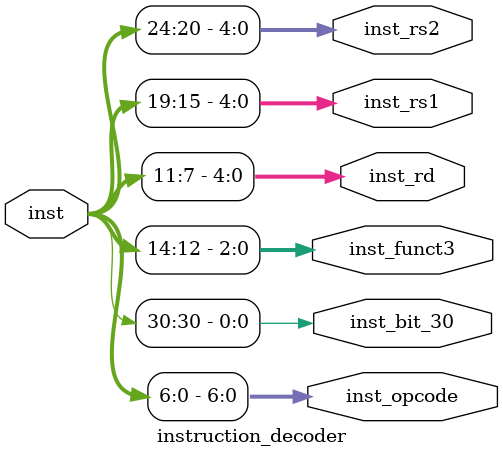
<source format=sv>

`include "config.sv"
`include "constants.sv"

module instruction_decoder(
    input [31:0] inst,
    output [6:0] inst_opcode,
    output inst_bit_30,
    `ifdef M_MODULE
    output inst_bit_25,
    `endif
    output [2:0] inst_funct3,
    output [4:0] inst_rd,
    output [4:0] inst_rs1,
    output [4:0] inst_rs2
);

    assign inst_opcode = inst[6:0];
    assign inst_funct3 = inst[14:12];
    assign inst_bit_30 = inst[30];
    `ifdef M_MODULE
    assign inst_bit_25 = inst[25];
    `endif
    assign inst_rd     = inst[11:7];
    assign inst_rs1    = inst[19:15];
    assign inst_rs2    = inst[24:20];

endmodule

</source>
